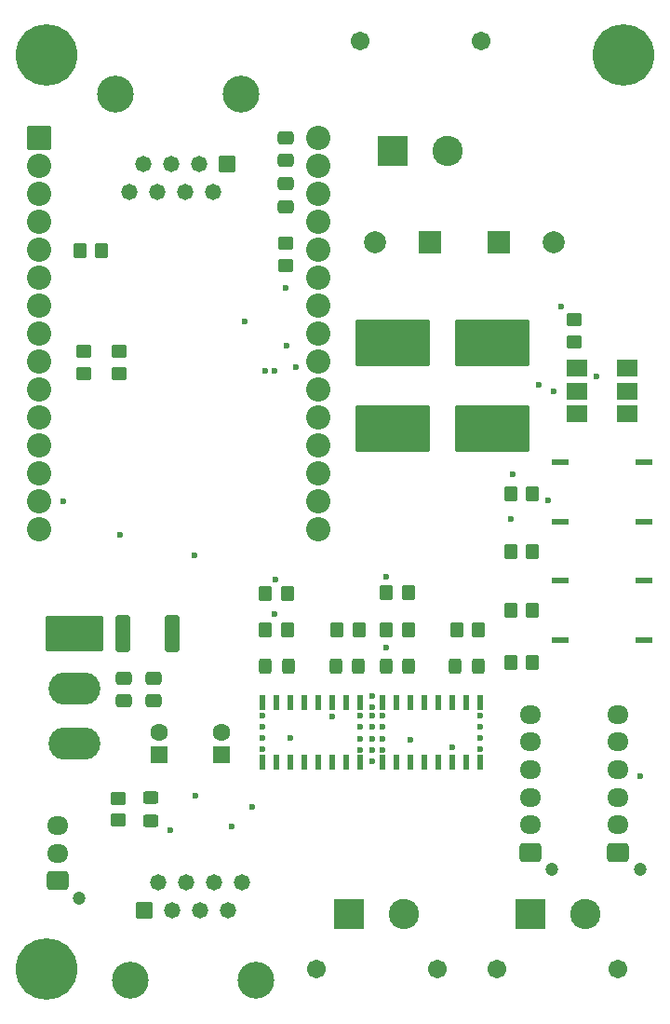
<source format=gts>
%TF.GenerationSoftware,KiCad,Pcbnew,8.0.1-8.0.1-1~ubuntu22.04.1*%
%TF.CreationDate,2024-03-27T01:09:49-04:00*%
%TF.ProjectId,gripper_2024,67726970-7065-4725-9f32-3032342e6b69,rev?*%
%TF.SameCoordinates,Original*%
%TF.FileFunction,Soldermask,Top*%
%TF.FilePolarity,Negative*%
%FSLAX46Y46*%
G04 Gerber Fmt 4.6, Leading zero omitted, Abs format (unit mm)*
G04 Created by KiCad (PCBNEW 8.0.1-8.0.1-1~ubuntu22.04.1) date 2024-03-27 01:09:49*
%MOMM*%
%LPD*%
G01*
G04 APERTURE LIST*
G04 Aperture macros list*
%AMRoundRect*
0 Rectangle with rounded corners*
0 $1 Rounding radius*
0 $2 $3 $4 $5 $6 $7 $8 $9 X,Y pos of 4 corners*
0 Add a 4 corners polygon primitive as box body*
4,1,4,$2,$3,$4,$5,$6,$7,$8,$9,$2,$3,0*
0 Add four circle primitives for the rounded corners*
1,1,$1+$1,$2,$3*
1,1,$1+$1,$4,$5*
1,1,$1+$1,$6,$7*
1,1,$1+$1,$8,$9*
0 Add four rect primitives between the rounded corners*
20,1,$1+$1,$2,$3,$4,$5,0*
20,1,$1+$1,$4,$5,$6,$7,0*
20,1,$1+$1,$6,$7,$8,$9,0*
20,1,$1+$1,$8,$9,$2,$3,0*%
G04 Aperture macros list end*
%ADD10RoundRect,0.250000X-0.325000X-0.450000X0.325000X-0.450000X0.325000X0.450000X-0.325000X0.450000X0*%
%ADD11RoundRect,0.250000X0.350000X0.450000X-0.350000X0.450000X-0.350000X-0.450000X0.350000X-0.450000X0*%
%ADD12RoundRect,0.250000X0.450000X-0.350000X0.450000X0.350000X-0.450000X0.350000X-0.450000X-0.350000X0*%
%ADD13C,2.204000*%
%ADD14RoundRect,0.102000X-1.000000X-1.000000X1.000000X-1.000000X1.000000X1.000000X-1.000000X1.000000X0*%
%ADD15RoundRect,0.102000X-2.500000X1.500000X-2.500000X-1.500000X2.500000X-1.500000X2.500000X1.500000X0*%
%ADD16O,4.704000X2.954000*%
%ADD17C,1.200000*%
%ADD18RoundRect,0.250000X0.725000X-0.600000X0.725000X0.600000X-0.725000X0.600000X-0.725000X-0.600000X0*%
%ADD19O,1.950000X1.700000*%
%ADD20R,0.558800X1.460500*%
%ADD21R,1.511300X0.609600*%
%ADD22RoundRect,0.250000X-0.450000X0.350000X-0.450000X-0.350000X0.450000X-0.350000X0.450000X0.350000X0*%
%ADD23RoundRect,0.250000X-0.350000X-0.450000X0.350000X-0.450000X0.350000X0.450000X-0.350000X0.450000X0*%
%ADD24R,1.955800X1.549400*%
%ADD25C,1.472000*%
%ADD26RoundRect,0.102000X-0.634000X-0.634000X0.634000X-0.634000X0.634000X0.634000X-0.634000X0.634000X0*%
%ADD27C,3.350000*%
%ADD28RoundRect,0.102000X0.634000X0.634000X-0.634000X0.634000X-0.634000X-0.634000X0.634000X-0.634000X0*%
%ADD29C,1.712000*%
%ADD30C,2.754000*%
%ADD31RoundRect,0.102000X1.275000X1.275000X-1.275000X1.275000X-1.275000X-1.275000X1.275000X-1.275000X0*%
%ADD32RoundRect,0.102000X-1.275000X-1.275000X1.275000X-1.275000X1.275000X1.275000X-1.275000X1.275000X0*%
%ADD33C,5.600000*%
%ADD34C,3.600000*%
%ADD35RoundRect,0.250000X0.400000X1.450000X-0.400000X1.450000X-0.400000X-1.450000X0.400000X-1.450000X0*%
%ADD36RoundRect,0.102000X-3.300000X2.000000X-3.300000X-2.000000X3.300000X-2.000000X3.300000X2.000000X0*%
%ADD37RoundRect,0.250000X0.325000X0.450000X-0.325000X0.450000X-0.325000X-0.450000X0.325000X-0.450000X0*%
%ADD38RoundRect,0.250000X-0.450000X0.325000X-0.450000X-0.325000X0.450000X-0.325000X0.450000X0.325000X0*%
%ADD39RoundRect,0.250000X0.475000X-0.337500X0.475000X0.337500X-0.475000X0.337500X-0.475000X-0.337500X0*%
%ADD40RoundRect,0.250000X-0.475000X0.337500X-0.475000X-0.337500X0.475000X-0.337500X0.475000X0.337500X0*%
%ADD41R,1.600000X1.600000*%
%ADD42C,1.600000*%
%ADD43R,2.000000X2.000000*%
%ADD44C,2.000000*%
%ADD45C,0.600000*%
G04 APERTURE END LIST*
D10*
%TO.C,D5*%
X51375000Y-75000000D03*
X53425000Y-75000000D03*
%TD*%
D11*
%TO.C,R18*%
X62700000Y-59300000D03*
X64700000Y-59300000D03*
%TD*%
D12*
%TO.C,R19*%
X68500000Y-45500000D03*
X68500000Y-43500000D03*
%TD*%
D13*
%TO.C,U3*%
X45200000Y-26985000D03*
X45200000Y-32065000D03*
X45200000Y-34605000D03*
X45200000Y-37145000D03*
X45200000Y-39685000D03*
X45200000Y-42225000D03*
X45200000Y-44765000D03*
X45200000Y-47305000D03*
X45200000Y-49845000D03*
X45200000Y-52385000D03*
X45200000Y-54925000D03*
X45200000Y-57465000D03*
X45200000Y-60005000D03*
X45200000Y-62545000D03*
X19800000Y-62545000D03*
X19800000Y-60005000D03*
X19800000Y-57465000D03*
X19800000Y-54925000D03*
X19800000Y-52385000D03*
X19800000Y-49845000D03*
X19800000Y-47305000D03*
X19800000Y-44765000D03*
X19800000Y-42225000D03*
X19800000Y-39685000D03*
X19800000Y-37145000D03*
X19800000Y-34605000D03*
X19800000Y-32065000D03*
X45200000Y-29525000D03*
X19800000Y-29525000D03*
D14*
X19800000Y-26985000D03*
%TD*%
D15*
%TO.C,U7*%
X23000000Y-72000000D03*
D16*
X23000000Y-77000000D03*
X23000000Y-82000000D03*
%TD*%
D17*
%TO.C,U5*%
X66475000Y-93500000D03*
D18*
X64475000Y-91900000D03*
D19*
X64475000Y-89400000D03*
X64475000Y-86900000D03*
X64475000Y-84400000D03*
X64475000Y-81900000D03*
X64475000Y-79400000D03*
%TD*%
D17*
%TO.C,U4*%
X74475000Y-93500000D03*
D18*
X72475000Y-91900000D03*
D19*
X72475000Y-89400000D03*
X72475000Y-86900000D03*
X72475000Y-84400000D03*
X72475000Y-81900000D03*
X72475000Y-79400000D03*
%TD*%
D20*
%TO.C,U2*%
X51055000Y-83724150D03*
X52325000Y-83724150D03*
X53595000Y-83724150D03*
X54865000Y-83724150D03*
X56135000Y-83724150D03*
X57405000Y-83724150D03*
X58675000Y-83724150D03*
X59945000Y-83724150D03*
X59945000Y-78275850D03*
X58675000Y-78275850D03*
X57405000Y-78275850D03*
X56135000Y-78275850D03*
X54865000Y-78275850D03*
X53595000Y-78275850D03*
X52325000Y-78275850D03*
X51055000Y-78275850D03*
%TD*%
%TO.C,U1*%
X40155000Y-78275850D03*
X41425000Y-78275850D03*
X42695000Y-78275850D03*
X43965000Y-78275850D03*
X45235000Y-78275850D03*
X46505000Y-78275850D03*
X47775000Y-78275850D03*
X49045000Y-78275850D03*
X49045000Y-83724150D03*
X47775000Y-83724150D03*
X46505000Y-83724150D03*
X45235000Y-83724150D03*
X43965000Y-83724150D03*
X42695000Y-83724150D03*
X41425000Y-83724150D03*
X40155000Y-83724150D03*
%TD*%
D21*
%TO.C,SW4*%
X74803650Y-56500000D03*
X67196350Y-56500000D03*
%TD*%
%TO.C,SW3*%
X74803650Y-61868800D03*
X67196350Y-61868800D03*
%TD*%
%TO.C,SW2*%
X74803650Y-67237600D03*
X67196350Y-67237600D03*
%TD*%
%TO.C,SW1*%
X67196350Y-72606400D03*
X74803650Y-72606400D03*
%TD*%
D11*
%TO.C,R24*%
X59800000Y-71700000D03*
X57800000Y-71700000D03*
%TD*%
%TO.C,R23*%
X53400000Y-68300000D03*
X51400000Y-68300000D03*
%TD*%
D22*
%TO.C,R20*%
X27000000Y-87000000D03*
X27000000Y-89000000D03*
%TD*%
D11*
%TO.C,R17*%
X62700000Y-64600000D03*
X64700000Y-64600000D03*
%TD*%
%TO.C,R16*%
X62700000Y-69900000D03*
X64700000Y-69900000D03*
%TD*%
D23*
%TO.C,R15*%
X64700000Y-74700000D03*
X62700000Y-74700000D03*
%TD*%
D11*
%TO.C,R9*%
X48900000Y-71700000D03*
X46900000Y-71700000D03*
%TD*%
%TO.C,R8*%
X42400000Y-71700000D03*
X40400000Y-71700000D03*
%TD*%
%TO.C,R6*%
X53400000Y-71700000D03*
X51400000Y-71700000D03*
%TD*%
%TO.C,R5*%
X40400000Y-68400000D03*
X42400000Y-68400000D03*
%TD*%
D12*
%TO.C,R4*%
X27100000Y-48400000D03*
X27100000Y-46400000D03*
%TD*%
%TO.C,R3*%
X23900000Y-48400000D03*
X23900000Y-46400000D03*
%TD*%
D22*
%TO.C,R2*%
X42200000Y-36600000D03*
X42200000Y-38600000D03*
%TD*%
D23*
%TO.C,R1*%
X23500000Y-37200000D03*
X25500000Y-37200000D03*
%TD*%
D24*
%TO.C,LED1*%
X73273300Y-47899999D03*
X73273300Y-50000000D03*
X73273300Y-52099998D03*
X68726700Y-52100001D03*
X68726700Y-50000000D03*
X68726700Y-47900002D03*
%TD*%
D25*
%TO.C,J6*%
X37012500Y-97150000D03*
X34472500Y-97150000D03*
X31932500Y-97150000D03*
D26*
X29392500Y-97150000D03*
D25*
X38282500Y-94610000D03*
X35742500Y-94610000D03*
X33202500Y-94610000D03*
X30662500Y-94610000D03*
D27*
X39553500Y-103500000D03*
X28121500Y-103500000D03*
%TD*%
%TO.C,J5*%
X38216000Y-23000000D03*
X26784000Y-23000000D03*
D25*
X35675000Y-31890000D03*
X33135000Y-31890000D03*
X30595000Y-31890000D03*
X28055000Y-31890000D03*
D28*
X36945000Y-29350000D03*
D25*
X34405000Y-29350000D03*
X31865000Y-29350000D03*
X29325000Y-29350000D03*
%TD*%
D17*
%TO.C,J4*%
X23475000Y-96100000D03*
D18*
X21475000Y-94500000D03*
D19*
X21475000Y-92000000D03*
X21475000Y-89500000D03*
%TD*%
D29*
%TO.C,J3*%
X72500000Y-102500000D03*
X61500000Y-102500000D03*
D30*
X69500000Y-97500000D03*
D31*
X64500000Y-97500000D03*
%TD*%
%TO.C,J2*%
X48000000Y-97500000D03*
D30*
X53000000Y-97500000D03*
D29*
X45000000Y-102500000D03*
X56000000Y-102500000D03*
%TD*%
%TO.C,J1*%
X49000000Y-18205750D03*
X60000000Y-18205750D03*
D30*
X57000000Y-28205750D03*
D32*
X52000000Y-28205750D03*
%TD*%
D33*
%TO.C,H3*%
X73000000Y-19500000D03*
D34*
X73000000Y-19500000D03*
%TD*%
%TO.C,H2*%
X20500000Y-19500000D03*
D33*
X20500000Y-19500000D03*
%TD*%
D34*
%TO.C,H1*%
X20500000Y-102500000D03*
D33*
X20500000Y-102500000D03*
%TD*%
D35*
%TO.C,F3*%
X27450000Y-72050000D03*
X31900000Y-72050000D03*
%TD*%
D36*
%TO.C,F2*%
X61000000Y-45600000D03*
X61000000Y-53400000D03*
%TD*%
%TO.C,F1*%
X52000000Y-45600000D03*
X52000000Y-53400000D03*
%TD*%
D37*
%TO.C,D4*%
X57675000Y-75000000D03*
X59725000Y-75000000D03*
%TD*%
D10*
%TO.C,D3*%
X40410000Y-75000000D03*
X42460000Y-75000000D03*
%TD*%
D37*
%TO.C,D2*%
X48860000Y-75000000D03*
X46810000Y-75000000D03*
%TD*%
D38*
%TO.C,D1*%
X30000000Y-86975000D03*
X30000000Y-89025000D03*
%TD*%
D39*
%TO.C,C13*%
X42200000Y-33237500D03*
X42200000Y-31162500D03*
%TD*%
D40*
%TO.C,C12*%
X42200000Y-26962500D03*
X42200000Y-29037500D03*
%TD*%
%TO.C,C10*%
X30200000Y-76062500D03*
X30200000Y-78137500D03*
%TD*%
%TO.C,C9*%
X27500000Y-78137500D03*
X27500000Y-76062500D03*
%TD*%
D41*
%TO.C,C8*%
X36400000Y-83055112D03*
D42*
X36400000Y-81055112D03*
%TD*%
%TO.C,C6*%
X30700000Y-81055112D03*
D41*
X30700000Y-83055112D03*
%TD*%
D43*
%TO.C,C2*%
X61632323Y-36500000D03*
D44*
X66632323Y-36500000D03*
%TD*%
D43*
%TO.C,C1*%
X55367677Y-36500000D03*
D44*
X50367677Y-36500000D03*
%TD*%
D45*
X38500000Y-43700000D03*
X42700000Y-81500000D03*
X51400000Y-66900000D03*
X41300000Y-67100000D03*
X41200000Y-70300000D03*
X22000000Y-60000000D03*
X27200000Y-63100000D03*
X65300000Y-49400000D03*
X66600000Y-50000000D03*
X43200000Y-47800000D03*
X42300000Y-45900000D03*
X62925735Y-57574265D03*
X66150000Y-59950000D03*
X74500000Y-85000000D03*
X57405000Y-82400000D03*
X53600000Y-81700000D03*
X40400000Y-48200000D03*
X41200003Y-48200000D03*
X46500000Y-79600000D03*
X42200000Y-40600000D03*
X70500000Y-48700000D03*
X67300000Y-42300000D03*
X39200000Y-87800000D03*
X37300000Y-89600000D03*
X33900000Y-64900000D03*
X62700000Y-61600000D03*
X51400000Y-73300000D03*
X50100000Y-83600000D03*
X50100000Y-78700000D03*
X50100000Y-77750000D03*
X50095000Y-80545000D03*
X50100000Y-81600000D03*
X50100000Y-82600000D03*
X50100000Y-79500000D03*
X31700000Y-89900000D03*
X34000000Y-86750000D03*
X49050000Y-80545000D03*
X49055000Y-81600000D03*
X49055000Y-82600000D03*
X49055000Y-79500000D03*
X40150000Y-80495000D03*
X40155000Y-81550000D03*
X40155000Y-82550000D03*
X40155000Y-79450000D03*
X51050000Y-81600000D03*
X51045000Y-80545000D03*
X51050000Y-79500000D03*
X51050000Y-82600000D03*
X59950000Y-82550000D03*
X59950000Y-81550000D03*
X59945000Y-80495000D03*
X59950000Y-79450000D03*
M02*

</source>
